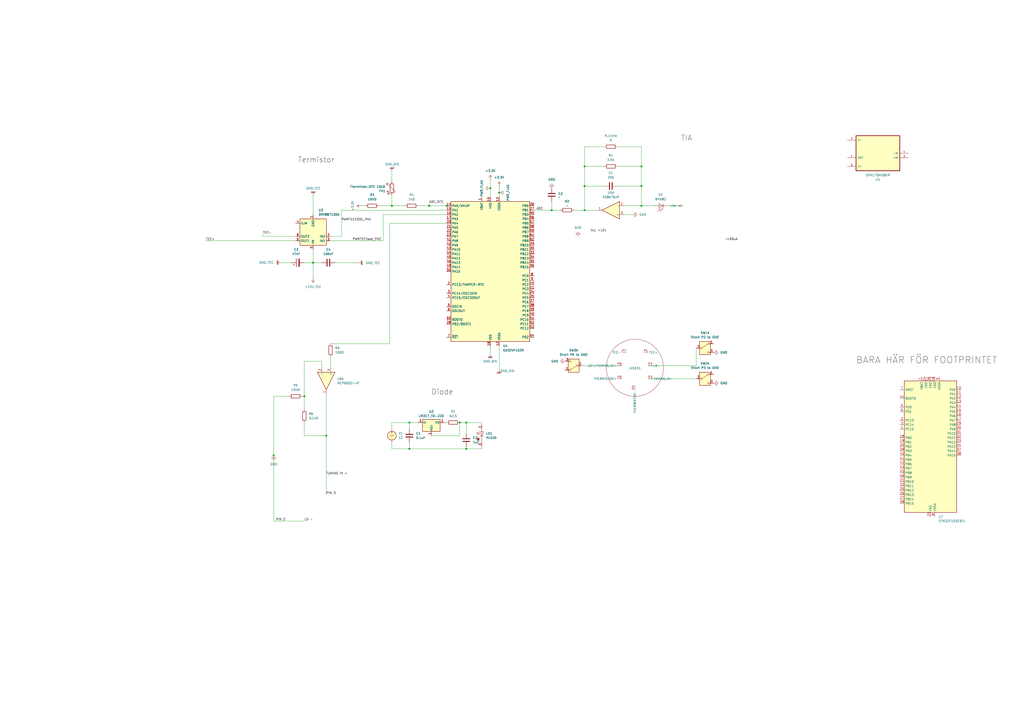
<source format=kicad_sch>
(kicad_sch (version 20250114) (generator "eeschema") (generator_version "9.0")
  (paper "A2")
  (lib_symbols
    (symbol "Amplifier_Operational:AD8676xR" (pin_names (offset 0.127))
      (property "Reference" "U" (at 2.54 6.35 0))
      (property "Value" "AD8676xR" (at 2.54 3.81 0))
      (symbol "AD8676xR_1_1"
        (polyline (pts (xy 5.08 0) (xy -5.08 5.08) (xy -5.08 -5.08) (xy 5.08 0)) (stroke (width 0.254)) (fill (type background)))
        (pin input line (at -7.62 2.54 0) (length 2.54) (name "+") (number "3"))
        (pin input line (at -7.62 -2.54 0) (length 2.54) (name "-") (number "2"))
        (pin output line (at 7.62 0 180) (length 2.54) (name "~") (number "1"))
      )
      (symbol "AD8676xR_2_1"
        (polyline (pts (xy 5.08 0) (xy -5.08 5.08) (xy -5.08 -5.08) (xy 5.08 0)) (stroke (width 0.254)) (fill (type background)))
        (pin input line (at -7.62 2.54 0) (length 2.54) (name "+") (number "5"))
        (pin input line (at -7.62 -2.54 0) (length 2.54) (name "-") (number "6"))
        (pin output line (at 7.62 0 180) (length 2.54) (name "~") (number "7"))
      )
      (symbol "AD8676xR_3_1"
        (pin power_in line (at 0 7.62 270) (length 3.81) (name "V+") (number "8"))
        (pin power_in line (at 0 -7.62 90) (length 3.81) (name "V-") (number "4"))
      )
    )
    (symbol "Amplifier_Operational:MCP6002-xP" (pin_names (offset 0.127))
      (property "Reference" "U" (at 0 5.08 0))
      (property "Value" "MCP6002-xP" (at 0 -5.08 0))
      (symbol "MCP6002-xP_1_1"
        (polyline (pts (xy -5.08 5.08) (xy 5.08 0) (xy -5.08 -5.08) (xy -5.08 5.08)) (stroke (width 0.254)) (fill (type background)))
        (pin input line (at -7.62 2.54 0) (length 2.54) (name "+") (number "3"))
        (pin input line (at -7.62 -2.54 0) (length 2.54) (name "-") (number "2"))
        (pin output line (at 7.62 0 180) (length 2.54) (name "~") (number "1"))
      )
      (symbol "MCP6002-xP_2_1"
        (polyline (pts (xy -5.08 5.08) (xy 5.08 0) (xy -5.08 -5.08) (xy -5.08 5.08)) (stroke (width 0.254)) (fill (type background)))
        (pin input line (at -7.62 2.54 0) (length 2.54) (name "+") (number "5"))
        (pin input line (at -7.62 -2.54 0) (length 2.54) (name "-") (number "6"))
        (pin output line (at 7.62 0 180) (length 2.54) (name "~") (number "7"))
      )
      (symbol "MCP6002-xP_3_1"
        (pin power_in line (at -2.54 7.62 270) (length 3.81) (name "V+") (number "8"))
        (pin power_in line (at -2.54 -7.62 90) (length 3.81) (name "V-") (number "4"))
      )
    )
    (symbol "Device:C" (pin_numbers (hide yes)) (pin_names (offset 0.254))
      (property "Reference" "C" (at 0.635 2.54 0))
      (property "Value" "C" (at 0.635 -2.54 0))
      (symbol "C_0_1"
        (polyline (pts (xy -2.032 0.762) (xy 2.032 0.762)) (stroke (width 0.508)))
        (polyline (pts (xy -2.032 -0.762) (xy 2.032 -0.762)) (stroke (width 0.508)))
      )
      (symbol "C_1_1"
        (pin passive line (at 0 3.81 270) (length 2.794) (name "~") (number "1"))
        (pin passive line (at 0 -3.81 90) (length 2.794) (name "~") (number "2"))
      )
    )
    (symbol "Device:C_Polarized" (pin_numbers (hide yes)) (pin_names (offset 0.254))
      (property "Reference" "C" (at 0.635 2.54 0))
      (property "Value" "C_Polarized" (at 0.635 -2.54 0))
      (symbol "C_Polarized_0_1"
        (rectangle (start -2.286 0.508) (end 2.286 1.016))
        (polyline (pts (xy -1.778 2.286) (xy -0.762 2.286)))
        (polyline (pts (xy -1.27 2.794) (xy -1.27 1.778)))
        (rectangle (start 2.286 -0.508) (end -2.286 -1.016) (fill (type outline)))
      )
      (symbol "C_Polarized_1_1"
        (pin passive line (at 0 3.81 270) (length 2.794) (name "~") (number "1"))
        (pin passive line (at 0 -3.81 90) (length 2.794) (name "~") (number "2"))
      )
    )
    (symbol "Device:R" (pin_numbers (hide yes)) (pin_names (offset 0))
      (property "Reference" "R" (at 2.032 0 90))
      (property "Value" "R" (at 0 0 90))
      (symbol "R_0_1"
        (rectangle (start -1.016 -2.54) (end 1.016 2.54) (stroke (width 0.254)))
      )
      (symbol "R_1_1"
        (pin passive line (at 0 3.81 270) (length 1.27) (name "~") (number "1"))
        (pin passive line (at 0 -3.81 90) (length 1.27) (name "~") (number "2"))
      )
    )
    (symbol "Device:Thermistor_NTC" (pin_numbers (hide yes)) (pin_names (offset 0))
      (property "Reference" "TH" (at -4.445 0 90))
      (property "Value" "Thermistor_NTC" (at 3.175 0 90))
      (symbol "Thermistor_NTC_0_1"
        (arc (start -3.175 2.413) (mid -3.0506 2.3165) (end -3.048 2.159))
        (arc (start -3.048 2.794) (mid -2.9736 2.9736) (end -2.794 3.048))
        (arc (start -2.794 3.048) (mid -2.6144 2.9736) (end -2.54 2.794))
        (arc (start -2.794 2.54) (mid -2.9736 2.6144) (end -3.048 2.794))
        (arc (start -2.794 1.905) (mid -2.9736 1.9794) (end -3.048 2.159))
        (arc (start -2.54 2.159) (mid -2.6144 1.9794) (end -2.794 1.905))
        (arc (start -2.159 2.794) (mid -2.434 2.5608) (end -2.794 2.54))
        (polyline (pts (xy -2.54 2.159) (xy -2.54 2.794)))
        (polyline (pts (xy -2.54 -3.683) (xy -2.54 -1.397) (xy -2.794 -2.159) (xy -2.286 -2.159) (xy -2.54 -1.397) (xy -2.54 -1.651)) (fill (type outline)))
        (polyline (pts (xy -1.778 2.54) (xy -1.778 1.524) (xy 1.778 -1.524) (xy 1.778 -2.54)))
        (polyline (pts (xy -1.778 -1.397) (xy -1.778 -3.683) (xy -2.032 -2.921) (xy -1.524 -2.921) (xy -1.778 -3.683) (xy -1.778 -3.429)) (fill (type outline)))
        (rectangle (start -1.016 2.54) (end 1.016 -2.54) (stroke (width 0.254)))
      )
      (symbol "Thermistor_NTC_1_1"
        (pin passive line (at 0 3.81 270) (length 1.27) (name "~") (number "1"))
        (pin passive line (at 0 -3.81 90) (length 1.27) (name "~") (number "2"))
      )
    )
    (symbol "Diode_Laser:PL520" (pin_names (offset 1.016) (hide yes))
      (property "Reference" "LD" (at -1.27 4.445 0))
      (property "Value" "PL520" (at -1.27 -2.54 0))
      (symbol "PL520_0_1"
        (polyline (pts (xy -4.064 2.794) (xy -2.54 1.27)))
        (polyline (pts (xy -4.064 2.286) (xy -2.54 1.778)))
        (polyline (pts (xy -4.064 1.778) (xy -2.54 2.286)))
        (polyline (pts (xy -4.064 1.27) (xy -2.54 2.794)))
        (polyline (pts (xy -3.556 2.794) (xy -3.048 1.27)))
        (polyline (pts (xy -3.302 2.032) (xy -3.302 3.048)))
        (polyline (pts (xy -3.302 2.032) (xy -3.302 1.016)))
        (polyline (pts (xy -3.048 2.794) (xy -3.556 1.27)))
        (polyline (pts (xy -1.778 2.032) (xy -4.318 2.032)))
        (polyline (pts (xy -1.524 1.27) (xy -1.524 -1.27)) (stroke (width 0.1524)))
        (polyline (pts (xy -0.254 1.524) (xy -0.762 2.54) (xy -0.4717 2.4339) (xy -0.762 2.54) (xy -0.8485 2.2301)))
        (polyline (pts (xy 0.5442 1.9119) (xy 0.0362 2.9279) (xy 0.3265 2.8218) (xy 0.0362 2.9279) (xy -0.0503 2.618)))
        (polyline (pts (xy 2.54 0) (xy -5.08 0)))
      )
      (symbol "PL520_1_1"
        (polyline (pts (xy 1.016 -1.27) (xy 1.016 1.27) (xy -1.524 0) (xy 1.016 -1.27)))
        (polyline (pts (xy 1.0782 2.1762) (xy -0.762 1.27) (xy -0.762 1.27)))
        (pin passive line (at -7.62 0 0) (length 2.54) (name "C") (number "3"))
        (pin no_connect line (at -1.27 0 0) (length 2.54) (hide yes) (name "NC") (number "2"))
        (pin passive line (at 5.08 0 180) (length 2.54) (name "A") (number "1"))
      )
    )
    (symbol "Driver_Motor:DRV8871DDA"
      (property "Reference" "U" (at -6.35 8.89 0))
      (property "Value" "DRV8871DDA" (at 8.128 8.89 0))
      (symbol "DRV8871DDA_0_1"
        (rectangle (start -7.62 7.62) (end 7.62 -7.62) (stroke (width 0.254)) (fill (type background)))
      )
      (symbol "DRV8871DDA_1_1"
        (pin input line (at -10.16 5.08 0) (length 2.54) (name "IN1") (number "3"))
        (pin input line (at -10.16 2.54 0) (length 2.54) (name "IN2") (number "2"))
        (pin power_in line (at 0 10.16 270) (length 2.54) (name "VM") (number "5"))
        (pin power_in line (at 0 -10.16 90) (length 2.54) (name "GND") (number "1"))
        (pin passive line (at 0 -10.16 90) (length 2.54) (hide yes) (name "GND") (number "7"))
        (pin passive line (at 0 -10.16 90) (length 2.54) (hide yes) (name "GND") (number "9"))
        (pin output line (at 10.16 5.08 180) (length 2.54) (name "OUT1") (number "6"))
        (pin output line (at 10.16 2.54 180) (length 2.54) (name "OUT2") (number "8"))
        (pin passive line (at 10.16 -5.08 180) (length 2.54) (name "ILIM") (number "4"))
      )
    )
    (symbol "MCU_GigaDevice:GD32VF103R"
      (property "Reference" "U" (at -20.32 -43.18 0))
      (property "Value" "GD32VF103R" (at -15.24 -45.72 0))
      (symbol "GD32VF103R_0_1"
        (rectangle (start -22.86 40.64) (end 22.86 -40.64) (stroke (width 0.254)) (fill (type background)))
      )
      (symbol "GD32VF103R_1_1"
        (pin bidirectional line (at -25.4 38.1 0) (length 2.54) (name "PA0/WKUP") (number "14"))
        (pin bidirectional line (at -25.4 35.56 0) (length 2.54) (name "PA1") (number "15"))
        (pin bidirectional line (at -25.4 33.02 0) (length 2.54) (name "PA2") (number "16"))
        (pin bidirectional line (at -25.4 30.48 0) (length 2.54) (name "PA3") (number "17"))
        (pin bidirectional line (at -25.4 27.94 0) (length 2.54) (name "PA4") (number "20"))
        (pin bidirectional line (at -25.4 25.4 0) (length 2.54) (name "PA5") (number "21"))
        (pin bidirectional line (at -25.4 22.86 0) (length 2.54) (name "PA6") (number "22"))
        (pin bidirectional line (at -25.4 20.32 0) (length 2.54) (name "PA7") (number "23"))
        (pin bidirectional line (at -25.4 17.78 0) (length 2.54) (name "PA8") (number "41"))
        (pin bidirectional line (at -25.4 15.24 0) (length 2.54) (name "PA9") (number "42"))
        (pin bidirectional line (at -25.4 12.7 0) (length 2.54) (name "PA10") (number "43"))
        (pin bidirectional line (at -25.4 10.16 0) (length 2.54) (name "PA11") (number "44"))
        (pin bidirectional line (at -25.4 7.62 0) (length 2.54) (name "PA12") (number "45"))
        (pin bidirectional line (at -25.4 5.08 0) (length 2.54) (name "PA13") (number "46"))
        (pin bidirectional line (at -25.4 2.54 0) (length 2.54) (name "PA14") (number "49"))
        (pin bidirectional line (at -25.4 0 0) (length 2.54) (name "PA15") (number "50"))
        (pin bidirectional line (at -25.4 -7.62 0) (length 2.54) (name "PC13/TAMPER-RTC") (number "2"))
        (pin bidirectional line (at -25.4 -12.7 0) (length 2.54) (name "PC14/OSC32IN") (number "3"))
        (pin bidirectional line (at -25.4 -15.24 0) (length 2.54) (name "PC15/OSC32OUT") (number "4"))
        (pin input line (at -25.4 -20.32 0) (length 2.54) (name "OSCIN") (number "5"))
        (pin output line (at -25.4 -22.86 0) (length 2.54) (name "OSCOUT") (number "6"))
        (pin input line (at -25.4 -27.94 0) (length 2.54) (name "BOOT0") (number "60"))
        (pin bidirectional line (at -25.4 -30.48 0) (length 2.54) (name "PB2/BOOT1") (number "28"))
        (pin input line (at -25.4 -38.1 0) (length 2.54) (name "~{RST}") (number "7"))
        (pin power_in line (at -5.08 43.18 270) (length 2.54) (name "VBAT") (number "1"))
        (pin power_in line (at 0 43.18 270) (length 2.54) (name "VDD") (number "19"))
        (pin passive line (at 0 43.18 270) (length 2.54) (hide yes) (name "VDD") (number "32"))
        (pin passive line (at 0 43.18 270) (length 2.54) (hide yes) (name "VDD") (number "48"))
        (pin passive line (at 0 43.18 270) (length 2.54) (hide yes) (name "VDD") (number "64"))
        (pin power_in line (at 0 -43.18 90) (length 2.54) (name "VSS") (number "18"))
        (pin passive line (at 0 -43.18 90) (length 2.54) (hide yes) (name "VSS") (number "31"))
        (pin passive line (at 0 -43.18 90) (length 2.54) (hide yes) (name "VSS") (number "47"))
        (pin passive line (at 0 -43.18 90) (length 2.54) (hide yes) (name "VSS") (number "63"))
        (pin power_in line (at 5.08 43.18 270) (length 2.54) (name "VDDA") (number "13"))
        (pin power_in line (at 5.08 -43.18 90) (length 2.54) (name "VSSA") (number "12"))
        (pin bidirectional line (at 25.4 38.1 180) (length 2.54) (name "PB0") (number "26"))
        (pin bidirectional line (at 25.4 35.56 180) (length 2.54) (name "PB1") (number "27"))
        (pin bidirectional line (at 25.4 33.02 180) (length 2.54) (name "PB3") (number "55"))
        (pin bidirectional line (at 25.4 30.48 180) (length 2.54) (name "PB4") (number "56"))
        (pin bidirectional line (at 25.4 27.94 180) (length 2.54) (name "PB5") (number "57"))
        (pin bidirectional line (at 25.4 25.4 180) (length 2.54) (name "PB6") (number "58"))
        (pin bidirectional line (at 25.4 22.86 180) (length 2.54) (name "PB7") (number "59"))
        (pin bidirectional line (at 25.4 20.32 180) (length 2.54) (name "PB8") (number "61"))
        (pin bidirectional line (at 25.4 17.78 180) (length 2.54) (name "PB9") (number "62"))
        (pin bidirectional line (at 25.4 15.24 180) (length 2.54) (name "PB10") (number "29"))
        (pin bidirectional line (at 25.4 12.7 180) (length 2.54) (name "PB11") (number "30"))
        (pin bidirectional line (at 25.4 10.16 180) (length 2.54) (name "PB12") (number "33"))
        (pin bidirectional line (at 25.4 7.62 180) (length 2.54) (name "PB13") (number "34"))
        (pin bidirectional line (at 25.4 5.08 180) (length 2.54) (name "PB14") (number "35"))
        (pin bidirectional line (at 25.4 2.54 180) (length 2.54) (name "PB15") (number "36"))
        (pin bidirectional line (at 25.4 -2.54 180) (length 2.54) (name "PC0") (number "8"))
        (pin bidirectional line (at 25.4 -5.08 180) (length 2.54) (name "PC1") (number "9"))
        (pin bidirectional line (at 25.4 -7.62 180) (length 2.54) (name "PC2") (number "10"))
        (pin bidirectional line (at 25.4 -10.16 180) (length 2.54) (name "PC3") (number "11"))
        (pin bidirectional line (at 25.4 -12.7 180) (length 2.54) (name "PC4") (number "24"))
        (pin bidirectional line (at 25.4 -15.24 180) (length 2.54) (name "PC5") (number "25"))
        (pin bidirectional line (at 25.4 -17.78 180) (length 2.54) (name "PC6") (number "37"))
        (pin bidirectional line (at 25.4 -20.32 180) (length 2.54) (name "PC7") (number "38"))
        (pin bidirectional line (at 25.4 -22.86 180) (length 2.54) (name "PC8") (number "39"))
        (pin bidirectional line (at 25.4 -25.4 180) (length 2.54) (name "PC9") (number "40"))
        (pin bidirectional line (at 25.4 -27.94 180) (length 2.54) (name "PC10") (number "51"))
        (pin bidirectional line (at 25.4 -30.48 180) (length 2.54) (name "PC11") (number "52"))
        (pin bidirectional line (at 25.4 -33.02 180) (length 2.54) (name "PC12") (number "53"))
        (pin bidirectional line (at 25.4 -38.1 180) (length 2.54) (name "PD2") (number "54"))
      )
    )
    (symbol "MCU_ST_STM32F1:STM32F103CBTx"
      (property "Reference" "U" (at -15.24 39.37 0))
      (property "Value" "STM32F103CBTx" (at 7.62 39.37 0))
      (symbol "STM32F103CBTx_0_1"
        (rectangle (start -15.24 -38.1) (end 15.24 38.1) (stroke (width 0.254)) (fill (type background)))
      )
      (symbol "STM32F103CBTx_1_1"
        (pin input line (at -17.78 33.02 0) (length 2.54) (name "NRST") (number "7"))
        (pin input line (at -17.78 27.94 0) (length 2.54) (name "BOOT0") (number "44"))
        (pin bidirectional line (at -17.78 22.86 0) (length 2.54) (name "PD0") (number "5"))
        (pin bidirectional line (at -17.78 20.32 0) (length 2.54) (name "PD1") (number "6"))
        (pin bidirectional line (at -17.78 15.24 0) (length 2.54) (name "PC13") (number "2"))
        (pin bidirectional line (at -17.78 12.7 0) (length 2.54) (name "PC14") (number "3"))
        (pin bidirectional line (at -17.78 10.16 0) (length 2.54) (name "PC15") (number "4"))
        (pin bidirectional line (at -17.78 5.08 0) (length 2.54) (name "PB0") (number "18"))
        (pin bidirectional line (at -17.78 2.54 0) (length 2.54) (name "PB1") (number "19"))
        (pin bidirectional line (at -17.78 0 0) (length 2.54) (name "PB2") (number "20"))
        (pin bidirectional line (at -17.78 -2.54 0) (length 2.54) (name "PB3") (number "39"))
        (pin bidirectional line (at -17.78 -5.08 0) (length 2.54) (name "PB4") (number "40"))
        (pin bidirectional line (at -17.78 -7.62 0) (length 2.54) (name "PB5") (number "41"))
        (pin bidirectional line (at -17.78 -10.16 0) (length 2.54) (name "PB6") (number "42"))
        (pin bidirectional line (at -17.78 -12.7 0) (length 2.54) (name "PB7") (number "43"))
        (pin bidirectional line (at -17.78 -15.24 0) (length 2.54) (name "PB8") (number "45"))
        (pin bidirectional line (at -17.78 -17.78 0) (length 2.54) (name "PB9") (number "46"))
        (pin bidirectional line (at -17.78 -20.32 0) (length 2.54) (name "PB10") (number "21"))
        (pin bidirectional line (at -17.78 -22.86 0) (length 2.54) (name "PB11") (number "22"))
        (pin bidirectional line (at -17.78 -25.4 0) (length 2.54) (name "PB12") (number "25"))
        (pin bidirectional line (at -17.78 -27.94 0) (length 2.54) (name "PB13") (number "26"))
        (pin bidirectional line (at -17.78 -30.48 0) (length 2.54) (name "PB14") (number "27"))
        (pin bidirectional line (at -17.78 -33.02 0) (length 2.54) (name "PB15") (number "28"))
        (pin power_in line (at -5.08 40.64 270) (length 2.54) (name "VBAT") (number "1"))
        (pin power_in line (at -2.54 40.64 270) (length 2.54) (name "VDD") (number "24"))
        (pin power_in line (at 0 40.64 270) (length 2.54) (name "VDD") (number "36"))
        (pin power_in line (at 0 -40.64 90) (length 2.54) (name "VSS") (number "23"))
        (pin passive line (at 0 -40.64 90) (length 2.54) (hide yes) (name "VSS") (number "35"))
        (pin passive line (at 0 -40.64 90) (length 2.54) (hide yes) (name "VSS") (number "47"))
        (pin power_in line (at 2.54 40.64 270) (length 2.54) (name "VDD") (number "48"))
        (pin power_in line (at 2.54 -40.64 90) (length 2.54) (name "VSSA") (number "8"))
        (pin power_in line (at 5.08 40.64 270) (length 2.54) (name "VDDA") (number "9"))
        (pin bidirectional line (at 17.78 33.02 180) (length 2.54) (name "PA0") (number "10"))
        (pin bidirectional line (at 17.78 30.48 180) (length 2.54) (name "PA1") (number "11"))
        (pin bidirectional line (at 17.78 27.94 180) (length 2.54) (name "PA2") (number "12"))
        (pin bidirectional line (at 17.78 25.4 180) (length 2.54) (name "PA3") (number "13"))
        (pin bidirectional line (at 17.78 22.86 180) (length 2.54) (name "PA4") (number "14"))
        (pin bidirectional line (at 17.78 20.32 180) (length 2.54) (name "PA5") (number "15"))
        (pin bidirectional line (at 17.78 17.78 180) (length 2.54) (name "PA6") (number "16"))
        (pin bidirectional line (at 17.78 15.24 180) (length 2.54) (name "PA7") (number "17"))
        (pin bidirectional line (at 17.78 12.7 180) (length 2.54) (name "PA8") (number "29"))
        (pin bidirectional line (at 17.78 10.16 180) (length 2.54) (name "PA9") (number "30"))
        (pin bidirectional line (at 17.78 7.62 180) (length 2.54) (name "PA10") (number "31"))
        (pin bidirectional line (at 17.78 5.08 180) (length 2.54) (name "PA11") (number "32"))
        (pin bidirectional line (at 17.78 2.54 180) (length 2.54) (name "PA12") (number "33"))
        (pin bidirectional line (at 17.78 0 180) (length 2.54) (name "PA13") (number "34"))
        (pin bidirectional line (at 17.78 -2.54 180) (length 2.54) (name "PA14") (number "37"))
        (pin bidirectional line (at 17.78 -5.08 180) (length 2.54) (name "PA15") (number "38"))
      )
    )
    (symbol "New_Library_0:7Pin_Socket_Laser"
      (property "Reference" "LASER" (at 0 0 0))
      (symbol "7Pin_Socket_Laser_1_1"
        (circle (center 0 0) (radius 16.5588))
        (pin input line (at -7.62 1.27 180) (length 2.54) (name "LD+/TUNING_Vt+") (number "P6"))
        (pin input line (at -7.62 -6.35 180) (length 2.54) (name "THERMISTOR+") (number "P5"))
        (pin output line (at -5.08 8.89 180) (length 2.54) (name "TEC-") (number "P7"))
        (pin output line (at 0 -10.16 270) (length 2.54) (name "THERMISTOR-") (number "P4"))
        (pin input line (at 5.08 8.89 0) (length 2.54) (name "TEC+") (number "P1"))
        (pin output line (at 7.62 1.27 0) (length 2.54) (name "LD-") (number "P2"))
        (pin output line (at 7.62 -6.35 0) (length 2.54) (name "TUNING_Vt-") (number "P3"))
      )
    )
    (symbol "OPA170AIDBVR:OPA170AIDBVR" (pin_names (offset 1.016))
      (property "Reference" "U" (at -12.7 11.16 0))
      (property "Value" "OPA170AIDBVR" (at -12.7 -14.16 0))
      (symbol "OPA170AIDBVR_0_0"
        (rectangle (start -12.7 -10.16) (end 12.7 10.16) (stroke (width 0.41)) (fill (type background)))
        (pin input line (at -17.78 2.54 0) (length 5.08) (name "+IN") (number "3"))
        (pin input line (at -17.78 0 0) (length 5.08) (name "-IN") (number "4"))
        (pin power_in line (at 17.78 7.62 180) (length 5.08) (name "V+") (number "5"))
        (pin output line (at 17.78 2.54 180) (length 5.08) (name "OUT") (number "1"))
        (pin power_in line (at 17.78 -7.62 180) (length 5.08) (name "V-") (number "2"))
      )
    )
    (symbol "Regulator_Linear:LM317_TO-220" (pin_names (offset 0.254))
      (property "Reference" "U" (at -3.81 3.175 0))
      (property "Value" "LM317_TO-220" (at 0 3.175 0))
      (symbol "LM317_TO-220_0_1"
        (rectangle (start -5.08 1.905) (end 5.08 -5.08) (stroke (width 0.254)) (fill (type background)))
      )
      (symbol "LM317_TO-220_1_1"
        (pin power_in line (at -7.62 0 0) (length 2.54) (name "VI") (number "3"))
        (pin input line (at 0 -7.62 90) (length 2.54) (name "ADJ") (number "1"))
        (pin power_out line (at 7.62 0 180) (length 2.54) (name "VO") (number "2"))
      )
    )
    (symbol "Sensor_Optical:BPW82" (pin_numbers (hide yes)) (pin_names (hide yes))
      (property "Reference" "D" (at 0.508 1.778 0))
      (property "Value" "BPW82" (at -1.016 -2.794 0))
      (symbol "BPW82_0_1"
        (polyline (pts (xy -2.54 1.27) (xy -2.54 -1.27)) (stroke (width 0.1524)))
        (polyline (pts (xy -2.032 1.778) (xy -1.524 1.778)))
        (polyline (pts (xy -0.508 3.302) (xy -2.032 1.778) (xy -2.032 2.286)))
        (polyline (pts (xy 0 1.27) (xy 0 -1.27)))
        (polyline (pts (xy 0 1.27) (xy -2.54 0) (xy 0 -1.27)))
        (polyline (pts (xy 0 0) (xy -2.54 0)))
        (polyline (pts (xy 0.762 3.302) (xy -0.762 1.778) (xy -0.762 2.286) (xy -0.762 1.778) (xy -0.254 1.778)))
      )
      (symbol "BPW82_1_1"
        (pin passive line (at -5.08 0 0) (length 2.54) (name "K") (number "1"))
        (pin passive line (at 2.54 0 180) (length 2.54) (name "A") (number "2"))
      )
    )
    (symbol "Simulation_SPICE:VDC" (pin_numbers (hide yes)) (pin_names (offset 0.0254))
      (property "Reference" "V" (at 2.54 2.54 0))
      (property "Value" "1" (at 2.54 0 0))
      (symbol "VDC_0_0"
        (polyline (pts (xy -1.27 0.254) (xy 1.27 0.254)))
        (polyline (pts (xy -0.762 -0.254) (xy -1.27 -0.254)))
        (polyline (pts (xy 0.254 -0.254) (xy -0.254 -0.254)))
        (polyline (pts (xy 1.27 -0.254) (xy 0.762 -0.254)))
        (text "+" (at 0 1.905 0) (effects (font (size 1.27 1.27))))
      )
      (symbol "VDC_0_1"
        (circle (center 0 0) (radius 2.54) (stroke (width 0.254)) (fill (type background)))
      )
      (symbol "VDC_1_1"
        (pin passive line (at 0 5.08 270) (length 2.54) (name "~") (number "1"))
        (pin passive line (at 0 -5.08 90) (length 2.54) (name "~") (number "2"))
      )
    )
    (symbol "Switch:SW_DPDT_x2" (pin_names (offset 0) (hide yes))
      (property "Reference" "SW" (at 0 5.08 0))
      (property "Value" "SW_DPDT_x2" (at 0 -5.08 0))
      (symbol "SW_DPDT_x2_0_0"
        (circle (center -2.032 0) (radius 0.508))
        (circle (center 2.032 -2.54) (radius 0.508))
      )
      (symbol "SW_DPDT_x2_0_1"
        (rectangle (start -3.175 3.81) (end 3.175 -3.81) (stroke (width 0.254)) (fill (type background)))
        (polyline (pts (xy -1.524 0.254) (xy 1.5748 2.286)))
        (circle (center 2.032 2.54) (radius 0.508))
      )
      (symbol "SW_DPDT_x2_1_1"
        (pin passive line (at -5.08 0 0) (length 2.54) (name "B") (number "2"))
        (pin passive line (at 5.08 2.54 180) (length 2.54) (name "A") (number "1"))
        (pin passive line (at 5.08 -2.54 180) (length 2.54) (name "C") (number "3"))
      )
      (symbol "SW_DPDT_x2_2_1"
        (pin passive line (at -5.08 0 0) (length 2.54) (name "B") (number "5"))
        (pin passive line (at 5.08 2.54 180) (length 2.54) (name "A") (number "4"))
        (pin passive line (at 5.08 -2.54 180) (length 2.54) (name "C") (number "6"))
      )
    )
    (symbol "power:+12V" (power) (pin_numbers (hide yes)) (pin_names (offset 0) (hide yes))
      (property "Value" "+12V" (at 0 3.556 0))
      (symbol "+12V_0_1"
        (polyline (pts (xy -0.762 1.27) (xy 0 2.54)))
        (polyline (pts (xy 0 2.54) (xy 0.762 1.27)))
        (polyline (pts (xy 0 0) (xy 0 2.54)))
      )
      (symbol "+12V_1_1"
        (pin power_in line (at 0 0 90) (length 0) (name "~") (number "1"))
      )
    )
    (symbol "power:+3.3V" (power) (pin_numbers (hide yes)) (pin_names (offset 0) (hide yes))
      (property "Value" "+3.3V" (at 0 3.556 0))
      (symbol "+3.3V_0_1"
        (polyline (pts (xy -0.762 1.27) (xy 0 2.54)))
        (polyline (pts (xy 0 2.54) (xy 0.762 1.27)))
        (polyline (pts (xy 0 0) (xy 0 2.54)))
      )
      (symbol "+3.3V_1_1"
        (pin power_in line (at 0 0 90) (length 0) (name "~") (number "1"))
      )
    )
    (symbol "power:+5V" (power) (pin_numbers (hide yes)) (pin_names (offset 0) (hide yes))
      (property "Value" "+5V" (at 0 3.556 0))
      (symbol "+5V_0_1"
        (polyline (pts (xy -0.762 1.27) (xy 0 2.54)))
        (polyline (pts (xy 0 2.54) (xy 0.762 1.27)))
        (polyline (pts (xy 0 0) (xy 0 2.54)))
      )
      (symbol "+5V_1_1"
        (pin power_in line (at 0 0 90) (length 0) (name "~") (number "1"))
      )
    )
    (symbol "power:GND" (power) (pin_numbers (hide yes)) (pin_names (offset 0) (hide yes))
      (property "Value" "GND" (at 0 -3.81 0))
      (symbol "GND_0_1"
        (polyline (pts (xy 0 0) (xy 0 -1.27) (xy 1.27 -1.27) (xy 0 -2.54) (xy -1.27 -1.27) (xy 0 -1.27)))
      )
      (symbol "GND_1_1"
        (pin power_in line (at 0 0 270) (length 0) (name "~") (number "1"))
      )
    )
    (symbol "power:GNDPWR" (power) (pin_numbers (hide yes)) (pin_names (offset 0) (hide yes))
      (property "Value" "GNDPWR" (at 0 -3.302 0))
      (symbol "GNDPWR_0_1"
        (polyline (pts (xy -1.016 -1.27) (xy -1.27 -2.032) (xy -1.27 -2.032)) (stroke (width 0.2032)))
        (polyline (pts (xy -0.508 -1.27) (xy -0.762 -2.032) (xy -0.762 -2.032)) (stroke (width 0.2032)))
        (polyline (pts (xy 0 -1.27) (xy 0 0)))
        (polyline (pts (xy 0 -1.27) (xy -0.254 -2.032) (xy -0.254 -2.032)) (stroke (width 0.2032)))
        (polyline (pts (xy 0.508 -1.27) (xy 0.254 -2.032) (xy 0.254 -2.032)) (stroke (width 0.2032)))
        (polyline (pts (xy 1.016 -1.27) (xy -1.016 -1.27) (xy -1.016 -1.27)) (stroke (width 0.2032)))
        (polyline (pts (xy 1.016 -1.27) (xy 0.762 -2.032) (xy 0.762 -2.032) (xy 0.762 -2.032)) (stroke (width 0.2032)))
      )
      (symbol "GNDPWR_1_1"
        (pin power_in line (at 0 0 270) (length 0) (name "~") (number "1"))
      )
    )
    (symbol "power:PWR_FLAG" (power) (pin_numbers (hide yes)) (pin_names (offset 0) (hide yes))
      (property "Value" "PWR_FLAG" (at 0 3.81 0))
      (symbol "PWR_FLAG_0_0"
        (pin power_out line (at 0 0 90) (length 0) (name "~") (number "1"))
      )
      (symbol "PWR_FLAG_0_1"
        (polyline (pts (xy 0 0) (xy 0 1.27) (xy -1.016 1.905) (xy 0 2.54) (xy 1.016 1.905) (xy 0 1.27)))
      )
    )
  )
  (junction (at 237.49 245.11))
  (junction (at 227.33 119.38))
  (junction (at 237.49 260.35))
  (junction (at 372.11 107.95))
  (junction (at 372.11 119.38))
  (junction (at 248.92 119.38))
  (junction (at 339.09 121.92))
  (junction (at 266.7 245.11))
  (junction (at 189.23 252.73))
  (junction (at 339.09 96.52))
  (junction (at 181.61 152.4))
  (junction (at 176.53 229.87))
  (junction (at 372.11 96.52))
  (junction (at 339.09 107.95))
  (junction (at 270.51 245.11))
  (junction (at 158.75 264.16))
  (junction (at 259.08 119.38))
  (junction (at 284.48 109.22))
  (junction (at 289.56 111.76))
  (junction (at 320.04 121.92))
  (junction (at 270.51 260.35))
  (wire (pts (xy 226.06 129.54) (xy 226.06 199.39)))
  (wire (pts (xy 372.11 85.09) (xy 372.11 96.52)))
  (wire (pts (xy 289.56 107.95) (xy 289.56 111.76)))
  (wire (pts (xy 358.14 107.95) (xy 372.11 107.95)))
  (wire (pts (xy 189.23 252.73) (xy 189.23 287.02)))
  (wire (pts (xy 162.56 152.4) (xy 168.91 152.4)))
  (wire (pts (xy 403.86 212.09) (xy 403.86 201.93)))
  (wire (pts (xy 270.51 245.11) (xy 279.4 245.11)))
  (wire (pts (xy 358.14 85.09) (xy 372.11 85.09)))
  (wire (pts (xy 237.49 260.35) (xy 270.51 260.35)))
  (wire (pts (xy 198.12 121.92) (xy 259.08 121.92)))
  (wire (pts (xy 237.49 245.11) (xy 242.57 245.11)))
  (wire (pts (xy 372.11 107.95) (xy 372.11 119.38)))
  (wire (pts (xy 176.53 245.11) (xy 176.53 252.73)))
  (wire (pts (xy 361.95 119.38) (xy 372.11 119.38)))
  (wire (pts (xy 181.61 113.03) (xy 181.61 124.46)))
  (wire (pts (xy 350.52 85.09) (xy 339.09 85.09)))
  (wire (pts (xy 181.61 144.78) (xy 181.61 152.4)))
  (wire (pts (xy 158.75 302.26) (xy 176.53 302.26)))
  (wire (pts (xy 375.92 212.09) (xy 403.86 212.09)))
  (wire (pts (xy 242.57 119.38) (xy 248.92 119.38)))
  (wire (pts (xy 181.61 152.4) (xy 186.69 152.4)))
  (wire (pts (xy 372.11 96.52) (xy 372.11 107.95)))
  (wire (pts (xy 259.08 129.54) (xy 226.06 129.54)))
  (wire (pts (xy 309.88 121.92) (xy 320.04 121.92)))
  (wire (pts (xy 339.09 85.09) (xy 339.09 96.52)))
  (wire (pts (xy 257.81 245.11) (xy 259.08 245.11)))
  (wire (pts (xy 227.33 257.81) (xy 227.33 260.35)))
  (wire (pts (xy 176.53 252.73) (xy 189.23 252.73)))
  (wire (pts (xy 375.92 219.71) (xy 403.86 219.71)))
  (wire (pts (xy 248.92 119.38) (xy 248.92 118.11)))
  (wire (pts (xy 259.08 119.38) (xy 262.89 119.38)))
  (wire (pts (xy 279.4 259.08) (xy 279.4 260.35)))
  (wire (pts (xy 346.71 121.92) (xy 339.09 121.92)))
  (wire (pts (xy 219.71 119.38) (xy 227.33 119.38)))
  (wire (pts (xy 158.75 229.87) (xy 158.75 264.16)))
  (wire (pts (xy 158.75 229.87) (xy 167.64 229.87)))
  (wire (pts (xy 176.53 152.4) (xy 181.61 152.4)))
  (wire (pts (xy 372.11 96.52) (xy 358.14 96.52)))
  (wire (pts (xy 372.11 119.38) (xy 379.73 119.38)))
  (wire (pts (xy 289.56 111.76) (xy 289.56 114.3)))
  (wire (pts (xy 191.77 199.39) (xy 226.06 199.39)))
  (wire (pts (xy 227.33 99.06) (xy 227.33 105.41)))
  (wire (pts (xy 337.82 212.09) (xy 360.68 212.09)))
  (wire (pts (xy 227.33 245.11) (xy 237.49 245.11)))
  (wire (pts (xy 284.48 200.66) (xy 284.48 205.74)))
  (wire (pts (xy 227.33 260.35) (xy 237.49 260.35)))
  (wire (pts (xy 158.75 302.26) (xy 158.75 264.16)))
  (wire (pts (xy 387.35 119.38) (xy 396.24 119.38)))
  (wire (pts (xy 266.7 245.11) (xy 270.51 245.11)))
  (wire (pts (xy 209.55 119.38) (xy 212.09 119.38)))
  (wire (pts (xy 119.38 139.7) (xy 171.45 139.7)))
  (wire (pts (xy 222.25 124.46) (xy 222.25 139.7)))
  (wire (pts (xy 189.23 252.73) (xy 189.23 228.6)))
  (wire (pts (xy 270.51 260.35) (xy 279.4 260.35)))
  (wire (pts (xy 237.49 248.92) (xy 237.49 245.11)))
  (wire (pts (xy 339.09 107.95) (xy 339.09 121.92)))
  (wire (pts (xy 194.31 152.4) (xy 208.28 152.4)))
  (wire (pts (xy 339.09 96.52) (xy 339.09 107.95)))
  (wire (pts (xy 284.48 104.14) (xy 284.48 109.22)))
  (wire (pts (xy 171.45 137.16) (xy 152.4 137.16)))
  (wire (pts (xy 176.53 229.87) (xy 175.26 229.87)))
  (wire (pts (xy 237.49 256.54) (xy 237.49 260.35)))
  (wire (pts (xy 248.92 119.38) (xy 259.08 119.38)))
  (wire (pts (xy 320.04 116.84) (xy 320.04 121.92)))
  (wire (pts (xy 227.33 247.65) (xy 227.33 245.11)))
  (wire (pts (xy 266.7 252.73) (xy 266.7 245.11)))
  (wire (pts (xy 176.53 209.55) (xy 176.53 229.87)))
  (wire (pts (xy 176.53 229.87) (xy 176.53 237.49)))
  (wire (pts (xy 191.77 207.01) (xy 191.77 213.36)))
  (wire (pts (xy 270.51 245.11) (xy 270.51 251.46)))
  (wire (pts (xy 284.48 109.22) (xy 284.48 114.3)))
  (wire (pts (xy 361.95 124.46) (xy 367.03 124.46)))
  (wire (pts (xy 259.08 124.46) (xy 222.25 124.46)))
  (wire (pts (xy 191.77 139.7) (xy 222.25 139.7)))
  (wire (pts (xy 339.09 96.52) (xy 350.52 96.52)))
  (wire (pts (xy 186.69 209.55) (xy 176.53 209.55)))
  (wire (pts (xy 181.61 152.4) (xy 181.61 161.29)))
  (wire (pts (xy 227.33 119.38) (xy 234.95 119.38)))
  (wire (pts (xy 325.12 121.92) (xy 320.04 121.92)))
  (wire (pts (xy 289.56 200.66) (xy 289.56 214.63)))
  (wire (pts (xy 198.12 137.16) (xy 191.77 137.16)))
  (wire (pts (xy 279.4 246.38) (xy 279.4 245.11)))
  (wire (pts (xy 270.51 259.08) (xy 270.51 260.35)))
  (wire (pts (xy 152.4 137.16) (xy 152.4 135.89)))
  (wire (pts (xy 227.33 113.03) (xy 227.33 119.38)))
  (wire (pts (xy 350.52 107.95) (xy 339.09 107.95)))
  (wire (pts (xy 332.74 121.92) (xy 339.09 121.92)))
  (wire (pts (xy 186.69 213.36) (xy 186.69 209.55)))
  (wire (pts (xy 250.19 252.73) (xy 266.7 252.73)))
  (wire (pts (xy 198.12 121.92) (xy 198.12 137.16)))
  (label "PIN 2" (at 160.02 302.26 0))
  (label "TEC-" (at 152.4 135.89 0))
  (label "TEC+" (at 119.38 139.7 0))
  (label "Termistor" (at 172.72 95.25 0) (effects (font (size 3.048 3.048))))
  (label "BARA HÄR FÖR FOOTPRINTET" (at 496.57 212.09 0) (effects (font (size 3.81 3.81))))
  (label "LD -" (at 176.53 302.26 0))
  (label "Vcc +12v" (at 351.79 134.62 180))
  (label "PWMTECHeat_PA2" (at 204.47 139.7 0))
  (label "PIN 3" (at 189.23 287.02 0))
  (label "TIA" (at 394.97 82.55 0) (effects (font (size 3.048 3.048))))
  (label "ADC" (at 311.15 121.92 0))
  (label "I=50uA" (at 427.99 139.7 180))
  (label "Diode" (at 250.19 229.87 0) (effects (font (size 3.048 3.048))))
  (label "TUNING Vt +" (at 189.23 275.59 0))
  (label "PWMTECCOOL_PA1" (at 198.12 128.27 0))
  (label "ADC_NTC" (at 248.92 118.11 0))
  (symbol (lib_id "Diode_Laser:PL520") (at 279.4 251.46 90) (unit 1)
    (property "Reference" "LD1" (at 281.94 251.4599 90) (effects (justify right)))
    (property "Value" "PL520" (at 281.94 253.9999 90) (effects (justify right)))
    (property "Footprint" "OptoDevice:LaserDiode_TO38ICut-3" (effects (hide yes)))
    (property "Datasheet" "http://www.osram-os.com/Graphics/XPic7/00234693_0.pdf/PL%20520.pdf" (effects (hide yes)))
    (property "Description" "Green Laser Diode (520nm), TO-38" (effects (hide yes)))
  )
  (symbol (lib_id "Amplifier_Operational:MCP6002-xP") (at 189.23 220.98 270) (unit 1)
    (property "Reference" "U6" (at 195.58 219.7099 90) (effects (justify left)))
    (property "Value" "MCP6002-xP" (at 195.58 222.2499 90) (effects (justify left)))
    (property "Datasheet" "http://ww1.microchip.com/downloads/en/DeviceDoc/21733j.pdf" (effects (hide yes)))
    (property "Description" "1MHz, Low-Power Op Amp, DIP-8" (effects (hide yes)))
  )
  (symbol (lib_id "MCU_ST_STM32F1:STM32F103CBTx") (at 539.75 259.08 0) (unit 1)
    (property "Reference" "U7" (at 544.4333 299.72 0) (effects (justify left)))
    (property "Value" "STM32F103CBTx" (at 544.4333 302.26 0) (effects (justify left)))
    (property "Footprint" "Package_QFP:LQFP-48_7x7mm_P0.5mm" (effects (hide yes)))
    (property "Datasheet" "https://www.st.com/resource/en/datasheet/stm32f103cb.pdf" (effects (hide yes)))
    (property "Description" "STMicroelectronics Arm Cortex-M3 MCU, 128KB flash, 20KB RAM, 72 MHz, 2.0-3.6V, 37 GPIO, LQFP48" (effects (hide yes)))
  )
  (symbol (lib_id "MCU_GigaDevice:GD32VF103R") (at 284.48 157.48 0) (unit 1)
    (property "Reference" "U4" (at 291.7033 200.66 0) (effects (justify left)))
    (property "Value" "GD32VF103R" (at 291.7033 203.2 0) (effects (justify left)))
    (property "Footprint" "Package_QFP:LQFP-64_10x10mm_P0.5mm" (effects (hide yes)))
    (property "Datasheet" "https://www.gigadevice.com/datasheet/gd32vf103xxxx-datasheet/" (effects (hide yes)))
    (property "Description" "RISC-V 32-bit MCU, LQFP-64" (effects (hide yes)))
  )
  (symbol (lib_id "power:+3.3V") (at 289.56 107.95 0) (unit 1)
    (property "Reference" "#PWR014" (effects (hide yes)))
    (property "Value" "+3.3V" (at 289.56 102.87 0))
    (property "Description" "Power symbol creates a global label with name \"+3.3V\"" (effects (hide yes)))
  )
  (symbol (lib_id "Simulation_SPICE:VDC") (at 227.33 252.73 0) (unit 1)
    (property "Reference" "V1" (at 231.14 251.3301 0) (effects (justify left)))
    (property "Value" "12" (at 231.14 253.8701 0) (effects (justify left)))
    (property "Datasheet" "https://ngspice.sourceforge.io/docs/ngspice-html-manual/manual.xhtml#sec_Independent_Sources_for" (effects (hide yes)))
    (property "Description" "Voltage source, DC" (effects (hide yes)))
    (property "Sim.Pins" "1=+ 2=-" (effects (hide yes)))
    (property "Sim.Type" "DC" (effects (hide yes)))
    (property "Sim.Device" "V" (effects (hide yes)))
  )
  (symbol (lib_id "Switch:SW_DPDT_x2") (at 408.94 201.93 0) (unit 1)
    (property "Reference" "SW1" (at 408.94 193.04 0))
    (property "Value" "Short P2 to GND" (at 408.94 195.58 0))
    (property "Description" "Switch, dual pole double throw, separate symbols" (effects (hide yes)))
  )
  (symbol (lib_id "power:GNDPWR") (at 284.48 205.74 0) (unit 1)
    (property "Reference" "#PWR08" (effects (hide yes)))
    (property "Value" "GND_DIG" (at 284.353 209.55 0))
    (property "Description" "Power symbol creates a global label with name \"GNDPWR\" , global ground" (effects (hide yes)))
  )
  (symbol (lib_id "New_Library_0:7Pin_Socket_Laser") (at 368.3 213.36 0) (unit 1)
    (property "Reference" "LASER1" (at 368.3 213.614 0))
    (property "Value" "~" (at 368.3 233.68 0))
    (property "Datasheet" "https://www.bandwidth10.com/wp-content/uploads/2025/05/BW10-1550-Txx-PxFA-C100-V2.4.pdf" (effects (hide yes)))
  )
  (symbol (lib_id "Sensor_Optical:BPW82") (at 382.27 119.38 180) (unit 1)
    (property "Reference" "D2" (at 383.1971 113.03 0))
    (property "Value" "BPW82" (at 383.1971 115.57 0))
    (property "Footprint" "OptoDevice:Osram_BPW82" (effects (hide yes)))
    (property "Datasheet" "http://www.vishay.com/docs/81529/bpw82.pdf" (effects (hide yes)))
    (property "Description" "Silicon PIN Photodiode with Daylight Blocking Filter" (effects (hide yes)))
  )
  (symbol (lib_id "OPA170AIDBVR:OPA170AIDBVR") (at 509.27 88.9 180) (unit 1)
    (property "Reference" "U1" (at 509.27 104.14 0))
    (property "Value" "OPA170AIDBVR" (at 509.27 101.6 0))
    (property "Footprint" "OPA170AIDBVR:SOT95P280X145-5N" (effects (hide yes)))
    (property "MF" "Texas Instruments" (effects (hide yes)))
    (property "Description_1" "Single, 36-V, 1.2-MHz, low-power operational amplifier" (effects (hide yes)))
    (property "Package" "SOT-23-5 Texas Instruments" (effects (hide yes)))
    (property "Price" "None" (effects (hide yes)))
    (property "SnapEDA_Link" "https://www.snapeda.com/parts/OPA170AIDBVR/Texas+Instruments/view-part/?ref=snap" (effects (hide yes)))
    (property "MP" "OPA170AIDBVR" (effects (hide yes)))
    (property "Purchase-URL" "https://www.snapeda.com/api/url_track_click_mouser/?unipart_id=1241051&manufacturer=Texas Instruments&part_name=OPA170AIDBVR&search_term=None" (effects (hide yes)))
    (property "Availability" "In Stock" (effects (hide yes)))
    (property "Check_prices" "https://www.snapeda.com/parts/OPA170AIDBVR/Texas+Instruments/view-part/?ref=eda" (effects (hide yes)))
  )
  (symbol (lib_id "Device:R") (at 262.89 245.11 270) (unit 1)
    (property "Reference" "R1" (at 262.89 238.76 90))
    (property "Value" "62.5" (at 262.89 241.3 90))
    (property "Description" "Resistor" (effects (hide yes)))
  )
  (symbol (lib_id "Device:R") (at 354.33 96.52 90) (unit 1)
    (property "Reference" "R1" (at 354.33 90.17 90))
    (property "Value" "1.5k" (at 354.33 92.71 90))
    (property "Description" "Resistor" (effects (hide yes)))
  )
  (symbol (lib_id "Device:R") (at 328.93 121.92 90) (unit 1)
    (property "Reference" "R2" (at 328.93 116.84 90))
    (property "Value" "~" (at 328.93 119.38 90))
    (property "Description" "Resistor" (effects (hide yes)))
  )
  (symbol (lib_id "Device:R") (at 171.45 229.87 270) (unit 1)
    (property "Reference" "R5" (at 171.45 223.52 90))
    (property "Value" "10kΩ" (at 171.45 226.06 90))
    (property "Description" "Resistor" (effects (hide yes)))
  )
  (symbol (lib_id "power:GND") (at 320.04 109.22 180) (unit 1)
    (property "Reference" "#PWR03" (effects (hide yes)))
    (property "Value" "GND" (at 320.04 104.14 0))
    (property "Description" "Power symbol creates a global label with name \"GND\" , ground" (effects (hide yes)))
  )
  (symbol (lib_id "Device:R") (at 354.33 85.09 90) (unit 1)
    (property "Reference" "R_Extra" (at 354.33 78.74 90))
    (property "Value" "0" (at 354.33 81.28 90))
    (property "Description" "Resistor" (effects (hide yes)))
  )
  (symbol (lib_id "Device:R") (at 238.76 119.38 90) (unit 1)
    (property "Reference" "R4" (at 238.76 113.03 90))
    (property "Value" "1kΩ" (at 238.76 115.57 90))
    (property "Description" "Resistor" (effects (hide yes)))
  )
  (symbol (lib_id "power:GNDPWR") (at 227.33 99.06 180) (unit 1)
    (property "Reference" "#PWR07" (effects (hide yes)))
    (property "Value" "GND_DIG" (at 227.457 95.25 0))
    (property "Description" "Power symbol creates a global label with name \"GNDPWR\" , global ground" (effects (hide yes)))
  )
  (symbol (lib_id "Device:C") (at 270.51 255.27 180) (unit 1)
    (property "Reference" "C2" (at 274.32 253.9999 0) (effects (justify right)))
    (property "Value" "1uF" (at 274.32 256.5399 0) (effects (justify right)))
    (property "Description" "Unpolarized capacitor" (effects (hide yes)))
  )
  (symbol (lib_id "power:GND") (at 367.03 124.46 90) (unit 1)
    (property "Reference" "#PWR04" (effects (hide yes)))
    (property "Value" "GND" (at 370.84 124.4599 90) (effects (justify right)))
    (property "Description" "Power symbol creates a global label with name \"GND\" , ground" (effects (hide yes)))
  )
  (symbol (lib_id "power:+3.3V") (at 284.48 104.14 0) (unit 1)
    (property "Reference" "#PWR01" (effects (hide yes)))
    (property "Value" "+3.3V" (at 284.48 99.06 0))
    (property "Description" "Power symbol creates a global label with name \"+3.3V\"" (effects (hide yes)))
  )
  (symbol (lib_id "power:PWR_FLAG") (at 284.48 109.22 90) (unit 1)
    (property "Reference" "#FLG01" (effects (hide yes)))
    (property "Value" "PWR_FLAG" (at 279.4 109.22 0))
    (property "Description" "Special symbol for telling ERC where power comes from" (effects (hide yes)))
  )
  (symbol (lib_id "power:GND") (at 335.28 137.16 180) (unit 1)
    (property "Reference" "#PWR02" (effects (hide yes)))
    (property "Value" "GND" (at 335.28 132.08 0))
    (property "Description" "Power symbol creates a global label with name \"GND\" , ground" (effects (hide yes)))
  )
  (symbol (lib_id "Device:R") (at 215.9 119.38 90) (unit 1)
    (property "Reference" "R3" (at 215.9 113.03 90))
    (property "Value" "10kΩ" (at 215.9 115.57 90))
    (property "Description" "Resistor" (effects (hide yes)))
  )
  (symbol (lib_id "Device:Thermistor_NTC") (at 227.33 109.22 0) (unit 1)
    (property "Reference" "TH1" (at 223.52 110.8076 0) (effects (justify right)))
    (property "Value" "Thermistor_NTC 10kΩ" (at 223.52 108.2676 0) (effects (justify right)))
    (property "Description" "Temperature dependent resistor, negative temperature coefficient" (effects (hide yes)))
  )
  (symbol (lib_id "Device:C") (at 354.33 107.95 270) (unit 1)
    (property "Reference" "C1" (at 354.33 100.33 90))
    (property "Value" "20p" (at 354.33 102.87 90))
    (property "Description" "Unpolarized capacitor" (effects (hide yes)))
  )
  (symbol (lib_id "power:GND") (at 158.75 264.16 0) (unit 1)
    (property "Reference" "#PWR016" (effects (hide yes)))
    (property "Value" "GND" (at 158.75 269.24 0))
    (property "Description" "Power symbol creates a global label with name \"GND\" , ground" (effects (hide yes)))
  )
  (symbol (lib_id "power:GND") (at 414.02 222.25 90) (unit 1)
    (property "Reference" "#PWR012" (effects (hide yes)))
    (property "Value" "GND" (at 417.83 222.2499 90) (effects (justify right)))
    (property "Description" "Power symbol creates a global label with name \"GND\" , ground" (effects (hide yes)))
  )
  (symbol (lib_id "Driver_Motor:DRV8871DDA") (at 181.61 134.62 180) (unit 1)
    (property "Reference" "U3" (at 184.7281 121.92 0) (effects (justify right)))
    (property "Value" "DRV8871DDA" (at 184.7281 124.46 0) (effects (justify right)))
    (property "Footprint" "Package_SO:Texas_HTSOP-8-1EP_3.9x4.9mm_P1.27mm_EP2.95x4.9mm_Mask2.4x3.1mm_ThermalVias" (effects (hide yes)))
    (property "Datasheet" "http://www.ti.com/lit/ds/symlink/drv8871.pdf" (effects (hide yes)))
    (property "Description" "Brushed DC Motor Driver, PWM Control, 45V, 3.6A, Current limiting, HTSOP-8" (effects (hide yes)))
  )
  (symbol (lib_id "power:+5V") (at 396.24 119.38 90) (unit 1)
    (property "Reference" "#PWR018" (effects (hide yes)))
    (property "Value" "+5V" (at 392.43 119.3799 90) (effects (justify left)))
    (property "Description" "Power symbol creates a global label with name \"+5V\"" (effects (hide yes)))
  )
  (symbol (lib_id "Regulator_Linear:LM317_TO-220") (at 250.19 245.11 0) (unit 1)
    (property "Reference" "U2" (at 250.19 238.76 0))
    (property "Value" "LM317_TO-220" (at 250.19 241.3 0))
    (property "Footprint" "Package_TO_SOT_THT:TO-220-3_Vertical" (effects (hide yes)))
    (property "Datasheet" "http://www.ti.com/lit/ds/symlink/lm317.pdf" (effects (hide yes)))
    (property "Description" "1.5A 35V Adjustable Linear Regulator, TO-220" (effects (hide yes)))
  )
  (symbol (lib_id "Device:R") (at 176.53 241.3 0) (unit 1)
    (property "Reference" "R6" (at 179.07 240.0299 0) (effects (justify left)))
    (property "Value" "5.1kΩ" (at 179.07 242.5699 0) (effects (justify left)))
    (property "Description" "Resistor" (effects (hide yes)))
  )
  (symbol (lib_id "power:GND") (at 414.02 204.47 90) (unit 1)
    (property "Reference" "#PWR017" (effects (hide yes)))
    (property "Value" "GND" (at 417.83 204.4699 90) (effects (justify right)))
    (property "Description" "Power symbol creates a global label with name \"GND\" , ground" (effects (hide yes)))
  )
  (symbol (lib_id "Device:R") (at 191.77 203.2 180) (unit 1)
    (property "Reference" "R9" (at 194.31 201.9299 0) (effects (justify right)))
    (property "Value" "100Ω" (at 194.31 204.4699 0) (effects (justify right)))
    (property "Description" "Resistor" (effects (hide yes)))
  )
  (symbol (lib_id "power:+12V") (at 181.61 161.29 180) (unit 1)
    (property "Reference" "#PWR09" (effects (hide yes)))
    (property "Value" "+12V_TEC" (at 181.61 166.37 0))
    (property "Description" "Power symbol creates a global label with name \"+12V\"" (effects (hide yes)))
  )
  (symbol (lib_id "power:GND") (at 327.66 209.55 270) (unit 1)
    (property "Reference" "#PWR013" (effects (hide yes)))
    (property "Value" "GND" (at 323.85 209.5499 90) (effects (justify right)))
    (property "Description" "Power symbol creates a global label with name \"GND\" , ground" (effects (hide yes)))
  )
  (symbol (lib_id "power:GNDPWR") (at 289.56 214.63 0) (unit 1)
    (property "Reference" "#PWR015" (effects (hide yes)))
    (property "Value" "GND_DIG" (at 294.386 215.138 0))
    (property "Description" "Power symbol creates a global label with name \"GNDPWR\" , global ground" (effects (hide yes)))
  )
  (symbol (lib_id "Switch:SW_DPDT_x2") (at 332.74 212.09 180) (unit 1)
    (property "Reference" "SW3" (at 332.74 203.2 0))
    (property "Value" "Short P6 to GND" (at 332.74 205.74 0))
    (property "Description" "Switch, dual pole double throw, separate symbols" (effects (hide yes)))
  )
  (symbol (lib_id "power:GNDPWR") (at 208.28 152.4 90) (unit 1)
    (property "Reference" "#PWR010" (effects (hide yes)))
    (property "Value" "GND_TEC" (at 212.09 152.5269 90) (effects (justify right)))
    (property "Description" "Power symbol creates a global label with name \"GNDPWR\" , global ground" (effects (hide yes)))
  )
  (symbol (lib_id "power:+3.3V") (at 209.55 119.38 90) (unit 1)
    (property "Reference" "#PWR05" (effects (hide yes)))
    (property "Value" "+3.3V" (at 204.47 119.38 0))
    (property "Description" "Power symbol creates a global label with name \"+3.3V\"" (effects (hide yes)))
  )
  (symbol (lib_id "power:PWR_FLAG") (at 289.56 111.76 270) (unit 1)
    (property "Reference" "#FLG02" (effects (hide yes)))
    (property "Value" "PWR_FLAG" (at 294.64 111.76 0))
    (property "Description" "Special symbol for telling ERC where power comes from" (effects (hide yes)))
  )
  (symbol (lib_id "power:GNDPWR") (at 162.56 152.4 270) (unit 1)
    (property "Reference" "#PWR011" (effects (hide yes)))
    (property "Value" "GND_TEC" (at 158.75 152.2729 90) (effects (justify right)))
    (property "Description" "Power symbol creates a global label with name \"GNDPWR\" , global ground" (effects (hide yes)))
  )
  (symbol (lib_id "power:GNDPWR") (at 181.61 113.03 180) (unit 1)
    (property "Reference" "#PWR06" (effects (hide yes)))
    (property "Value" "GND_TEC" (at 181.737 109.22 0))
    (property "Description" "Power symbol creates a global label with name \"GNDPWR\" , global ground" (effects (hide yes)))
  )
  (symbol (lib_id "Amplifier_Operational:AD8676xR") (at 354.33 121.92 180) (unit 1)
    (property "Reference" "U5" (at 354.33 111.76 0))
    (property "Value" "AD8676xR" (at 354.33 114.3 0))
    (property "Footprint" "Package_SO:SOIC-8_3.9x4.9mm_P1.27mm" (effects (hide yes)))
    (property "Datasheet" "https://www.analog.com/media/en/technical-documentation/data-sheets/AD8676.pdf" (effects (hide yes)))
    (property "Description" "Dual operational amplifier, Ultra-precision, 36V, Rail-to-rail output, SOIC-8" (effects (hide yes)))
  )
  (symbol (lib_id "Device:C_Polarized") (at 172.72 152.4 90) (unit 1)
    (property "Reference" "C3" (at 171.831 144.78 90))
    (property "Value" "47nF" (at 171.831 147.32 90))
    (property "Description" "Polarized capacitor" (effects (hide yes)))
  )
  (symbol (lib_id "Device:C") (at 190.5 152.4 90) (unit 1)
    (property "Reference" "C4" (at 190.5 144.78 90))
    (property "Value" "100nF" (at 190.5 147.32 90))
    (property "Description" "Unpolarized capacitor" (effects (hide yes)))
  )
  (symbol (lib_id "Device:C") (at 320.04 113.03 0) (unit 1)
    (property "Reference" "C2" (at 323.85 112.3949 0) (effects (justify left)))
    (property "Value" "~" (at 323.85 114.3 0) (effects (justify left)))
    (property "Description" "Unpolarized capacitor" (effects (hide yes)))
  )
  (symbol (lib_id "Switch:SW_DPDT_x2") (at 408.94 219.71 0) (unit 1)
    (property "Reference" "SW2" (at 408.94 210.82 0))
    (property "Value" "Short P3 to GND" (at 408.94 213.36 0))
    (property "Description" "Switch, dual pole double throw, separate symbols" (effects (hide yes)))
  )
  (symbol (lib_id "Device:C") (at 237.49 252.73 180) (unit 1)
    (property "Reference" "C1" (at 241.3 251.4599 0) (effects (justify right)))
    (property "Value" "0.1uF" (at 241.3 253.9999 0) (effects (justify right)))
    (property "Description" "Unpolarized capacitor" (effects (hide yes)))
  )
)
</source>
